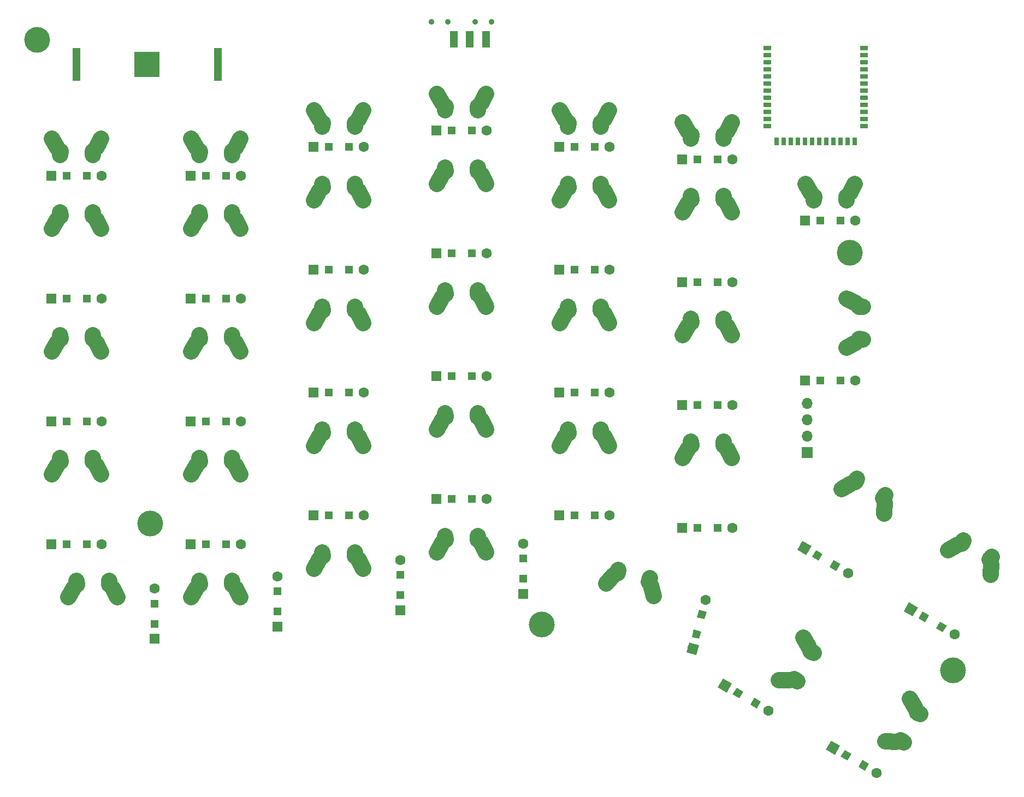
<source format=gts>
G04 #@! TF.GenerationSoftware,KiCad,Pcbnew,5.0.0-fee4fd1~66~ubuntu18.04.1*
G04 #@! TF.CreationDate,2018-08-26T10:56:49+02:00*
G04 #@! TF.ProjectId,redox_rev1,7265646F785F726576312E6B69636164,1.0*
G04 #@! TF.SameCoordinates,Original*
G04 #@! TF.FileFunction,Soldermask,Top*
G04 #@! TF.FilePolarity,Negative*
%FSLAX46Y46*%
G04 Gerber Fmt 4.6, Leading zero omitted, Abs format (unit mm)*
G04 Created by KiCad (PCBNEW 5.0.0-fee4fd1~66~ubuntu18.04.1) date Sun Aug 26 10:56:49 2018*
%MOMM*%
%LPD*%
G01*
G04 APERTURE LIST*
%ADD10R,1.198880X0.698500*%
%ADD11R,0.698500X1.198880*%
%ADD12C,4.000000*%
%ADD13O,1.700000X1.700000*%
%ADD14R,1.700000X1.700000*%
%ADD15R,1.200000X1.200000*%
%ADD16C,1.600000*%
%ADD17R,1.600000X1.600000*%
%ADD18C,1.200000*%
%ADD19C,0.100000*%
%ADD20C,2.500000*%
%ADD21C,2.500000*%
%ADD22R,1.270000X5.080000*%
%ADD23R,3.960000X3.960000*%
%ADD24C,0.900000*%
%ADD25R,1.250000X2.500000*%
G04 APERTURE END LIST*
D10*
G04 #@! TO.C,U_RIGHT1*
X198495920Y-67246500D03*
X213492080Y-60647580D03*
X213492080Y-59547760D03*
D11*
X199946260Y-69596000D03*
D10*
X198495920Y-65046860D03*
X198495920Y-63947040D03*
X198495920Y-62847220D03*
X198495920Y-61747400D03*
X198495920Y-60647580D03*
X198495920Y-59547760D03*
X198495920Y-58447940D03*
X198495920Y-57348120D03*
X198495920Y-56248300D03*
X213492080Y-55148480D03*
X213492080Y-56248300D03*
X213492080Y-57348120D03*
X213492080Y-58447940D03*
X213492080Y-61747400D03*
X213492080Y-62847220D03*
X213492080Y-63947040D03*
X213492080Y-65046860D03*
X213492080Y-66146680D03*
X213492080Y-67246500D03*
D11*
X212041740Y-69596000D03*
X210941920Y-69596000D03*
X209842100Y-69596000D03*
X208742280Y-69596000D03*
X207642460Y-69596000D03*
X206542640Y-69596000D03*
X205445360Y-69596000D03*
X204345540Y-69596000D03*
X203245720Y-69596000D03*
X202145900Y-69596000D03*
X201046080Y-69596000D03*
D10*
X198495920Y-55148480D03*
X198495920Y-66146680D03*
G04 #@! TD*
D12*
G04 #@! TO.C,HOLE_M3*
X163576000Y-144526000D03*
G04 #@! TD*
G04 #@! TO.C,HOLE_M3*
X227330000Y-151638000D03*
G04 #@! TD*
G04 #@! TO.C,HOLE_M3*
X85344000Y-53848000D03*
G04 #@! TD*
G04 #@! TO.C,HOLE_M3*
X211328000Y-86868000D03*
G04 #@! TD*
D13*
G04 #@! TO.C,J_PROG_PORT1*
X204724000Y-110236000D03*
X204724000Y-112776000D03*
X204724000Y-115316000D03*
D14*
X204724000Y-117856000D03*
G04 #@! TD*
D15*
G04 #@! TO.C,D0*
X89865000Y-74930000D03*
X93015000Y-74930000D03*
D16*
X95340000Y-74930000D03*
D17*
X87540000Y-74930000D03*
G04 #@! TD*
D15*
G04 #@! TO.C,D1*
X111455000Y-74930000D03*
X114605000Y-74930000D03*
D16*
X116930000Y-74930000D03*
D17*
X109130000Y-74930000D03*
G04 #@! TD*
D15*
G04 #@! TO.C,D2*
X130505000Y-70485000D03*
X133655000Y-70485000D03*
D16*
X135980000Y-70485000D03*
D17*
X128180000Y-70485000D03*
G04 #@! TD*
D15*
G04 #@! TO.C,D3*
X149555000Y-67945000D03*
X152705000Y-67945000D03*
D16*
X155030000Y-67945000D03*
D17*
X147230000Y-67945000D03*
G04 #@! TD*
D15*
G04 #@! TO.C,D4*
X168605000Y-70485000D03*
X171755000Y-70485000D03*
D16*
X174080000Y-70485000D03*
D17*
X166280000Y-70485000D03*
G04 #@! TD*
D15*
G04 #@! TO.C,D5*
X187655000Y-72390000D03*
X190805000Y-72390000D03*
D16*
X193130000Y-72390000D03*
D17*
X185330000Y-72390000D03*
G04 #@! TD*
D15*
G04 #@! TO.C,D6*
X206705000Y-81915000D03*
X209855000Y-81915000D03*
D16*
X212180000Y-81915000D03*
D17*
X204380000Y-81915000D03*
G04 #@! TD*
D15*
G04 #@! TO.C,D10*
X89865000Y-93980000D03*
X93015000Y-93980000D03*
D16*
X95340000Y-93980000D03*
D17*
X87540000Y-93980000D03*
G04 #@! TD*
D15*
G04 #@! TO.C,D11*
X111455000Y-93980000D03*
X114605000Y-93980000D03*
D16*
X116930000Y-93980000D03*
D17*
X109130000Y-93980000D03*
G04 #@! TD*
D15*
G04 #@! TO.C,D12*
X130505000Y-89535000D03*
X133655000Y-89535000D03*
D16*
X135980000Y-89535000D03*
D17*
X128180000Y-89535000D03*
G04 #@! TD*
D15*
G04 #@! TO.C,D13*
X149555000Y-86995000D03*
X152705000Y-86995000D03*
D16*
X155030000Y-86995000D03*
D17*
X147230000Y-86995000D03*
G04 #@! TD*
D15*
G04 #@! TO.C,D14*
X168605000Y-89535000D03*
X171755000Y-89535000D03*
D16*
X174080000Y-89535000D03*
D17*
X166280000Y-89535000D03*
G04 #@! TD*
D15*
G04 #@! TO.C,D15*
X187655000Y-91440000D03*
X190805000Y-91440000D03*
D16*
X193130000Y-91440000D03*
D17*
X185330000Y-91440000D03*
G04 #@! TD*
D15*
G04 #@! TO.C,D16*
X206705000Y-106680000D03*
X209855000Y-106680000D03*
D16*
X212180000Y-106680000D03*
D17*
X204380000Y-106680000D03*
G04 #@! TD*
D15*
G04 #@! TO.C,D20*
X89865000Y-113030000D03*
X93015000Y-113030000D03*
D16*
X95340000Y-113030000D03*
D17*
X87540000Y-113030000D03*
G04 #@! TD*
D15*
G04 #@! TO.C,D21*
X111455000Y-113030000D03*
X114605000Y-113030000D03*
D16*
X116930000Y-113030000D03*
D17*
X109130000Y-113030000D03*
G04 #@! TD*
D15*
G04 #@! TO.C,D22*
X130505000Y-108585000D03*
X133655000Y-108585000D03*
D16*
X135980000Y-108585000D03*
D17*
X128180000Y-108585000D03*
G04 #@! TD*
D15*
G04 #@! TO.C,D23*
X149555000Y-106045000D03*
X152705000Y-106045000D03*
D16*
X155030000Y-106045000D03*
D17*
X147230000Y-106045000D03*
G04 #@! TD*
D15*
G04 #@! TO.C,D24*
X168605000Y-108585000D03*
X171755000Y-108585000D03*
D16*
X174080000Y-108585000D03*
D17*
X166280000Y-108585000D03*
G04 #@! TD*
D15*
G04 #@! TO.C,D25*
X187655000Y-110490000D03*
X190805000Y-110490000D03*
D16*
X193130000Y-110490000D03*
D17*
X185330000Y-110490000D03*
G04 #@! TD*
D18*
G04 #@! TO.C,D26*
X206281010Y-133832500D03*
D19*
G36*
X207100625Y-133612885D02*
X206500625Y-134652115D01*
X205461395Y-134052115D01*
X206061395Y-133012885D01*
X207100625Y-133612885D01*
X207100625Y-133612885D01*
G37*
D18*
X209008990Y-135407500D03*
D19*
G36*
X209828605Y-135187885D02*
X209228605Y-136227115D01*
X208189375Y-135627115D01*
X208789375Y-134587885D01*
X209828605Y-135187885D01*
X209828605Y-135187885D01*
G37*
D16*
X211022499Y-136570000D03*
X204267501Y-132670000D03*
D19*
G36*
X205360321Y-132377180D02*
X204560321Y-133762820D01*
X203174681Y-132962820D01*
X203974681Y-131577180D01*
X205360321Y-132377180D01*
X205360321Y-132377180D01*
G37*
G04 #@! TD*
D15*
G04 #@! TO.C,D30*
X89865000Y-132080000D03*
X93015000Y-132080000D03*
D16*
X95340000Y-132080000D03*
D17*
X87540000Y-132080000D03*
G04 #@! TD*
D15*
G04 #@! TO.C,D31*
X111455000Y-132080000D03*
X114605000Y-132080000D03*
D16*
X116930000Y-132080000D03*
D17*
X109130000Y-132080000D03*
G04 #@! TD*
D15*
G04 #@! TO.C,D32*
X130505000Y-127635000D03*
X133655000Y-127635000D03*
D16*
X135980000Y-127635000D03*
D17*
X128180000Y-127635000D03*
G04 #@! TD*
D15*
G04 #@! TO.C,D33*
X149555000Y-125095000D03*
X152705000Y-125095000D03*
D16*
X155030000Y-125095000D03*
D17*
X147230000Y-125095000D03*
G04 #@! TD*
D15*
G04 #@! TO.C,D34*
X168605000Y-127635000D03*
X171755000Y-127635000D03*
D16*
X174080000Y-127635000D03*
D17*
X166280000Y-127635000D03*
G04 #@! TD*
D15*
G04 #@! TO.C,D35*
X187655000Y-129540000D03*
X190805000Y-129540000D03*
D16*
X193130000Y-129540000D03*
D17*
X185330000Y-129540000D03*
G04 #@! TD*
D18*
G04 #@! TO.C,D36*
X222791010Y-143357500D03*
D19*
G36*
X223610625Y-143137885D02*
X223010625Y-144177115D01*
X221971395Y-143577115D01*
X222571395Y-142537885D01*
X223610625Y-143137885D01*
X223610625Y-143137885D01*
G37*
D18*
X225518990Y-144932500D03*
D19*
G36*
X226338605Y-144712885D02*
X225738605Y-145752115D01*
X224699375Y-145152115D01*
X225299375Y-144112885D01*
X226338605Y-144712885D01*
X226338605Y-144712885D01*
G37*
D16*
X227532499Y-146095000D03*
X220777501Y-142195000D03*
D19*
G36*
X221870321Y-141902180D02*
X221070321Y-143287820D01*
X219684681Y-142487820D01*
X220484681Y-141102180D01*
X221870321Y-141902180D01*
X221870321Y-141902180D01*
G37*
G04 #@! TD*
D15*
G04 #@! TO.C,D40*
X103505000Y-144450000D03*
X103505000Y-141300000D03*
D16*
X103505000Y-138975000D03*
D17*
X103505000Y-146775000D03*
G04 #@! TD*
D15*
G04 #@! TO.C,D41*
X122555000Y-142545000D03*
X122555000Y-139395000D03*
D16*
X122555000Y-137070000D03*
D17*
X122555000Y-144870000D03*
G04 #@! TD*
D15*
G04 #@! TO.C,D42*
X141605000Y-140005000D03*
X141605000Y-136855000D03*
D16*
X141605000Y-134530000D03*
D17*
X141605000Y-142330000D03*
G04 #@! TD*
D15*
G04 #@! TO.C,D43*
X160655000Y-137465000D03*
X160655000Y-134315000D03*
D16*
X160655000Y-131990000D03*
D17*
X160655000Y-139790000D03*
G04 #@! TD*
D18*
G04 #@! TO.C,D44*
X187552360Y-146047333D03*
D19*
G36*
X187128096Y-145312486D02*
X188287207Y-145623069D01*
X187976624Y-146782180D01*
X186817513Y-146471597D01*
X187128096Y-145312486D01*
X187128096Y-145312486D01*
G37*
D18*
X188367640Y-143004667D03*
D19*
G36*
X187943376Y-142269820D02*
X189102487Y-142580403D01*
X188791904Y-143739514D01*
X187632793Y-143428931D01*
X187943376Y-142269820D01*
X187943376Y-142269820D01*
G37*
D16*
X188969394Y-140758889D03*
X186950606Y-148293111D03*
D19*
G36*
X186384921Y-147313315D02*
X187930402Y-147727426D01*
X187516291Y-149272907D01*
X185970810Y-148858796D01*
X186384921Y-147313315D01*
X186384921Y-147313315D01*
G37*
G04 #@! TD*
D18*
G04 #@! TO.C,D45*
X193962010Y-155168500D03*
D19*
G36*
X194781625Y-154948885D02*
X194181625Y-155988115D01*
X193142395Y-155388115D01*
X193742395Y-154348885D01*
X194781625Y-154948885D01*
X194781625Y-154948885D01*
G37*
D18*
X196689990Y-156743500D03*
D19*
G36*
X197509605Y-156523885D02*
X196909605Y-157563115D01*
X195870375Y-156963115D01*
X196470375Y-155923885D01*
X197509605Y-156523885D01*
X197509605Y-156523885D01*
G37*
D16*
X198703499Y-157906000D03*
X191948501Y-154006000D03*
D19*
G36*
X193041321Y-153713180D02*
X192241321Y-155098820D01*
X190855681Y-154298820D01*
X191655681Y-152913180D01*
X193041321Y-153713180D01*
X193041321Y-153713180D01*
G37*
G04 #@! TD*
D18*
G04 #@! TO.C,D46*
X210726010Y-164820500D03*
D19*
G36*
X211545625Y-164600885D02*
X210945625Y-165640115D01*
X209906395Y-165040115D01*
X210506395Y-164000885D01*
X211545625Y-164600885D01*
X211545625Y-164600885D01*
G37*
D18*
X213453990Y-166395500D03*
D19*
G36*
X214273605Y-166175885D02*
X213673605Y-167215115D01*
X212634375Y-166615115D01*
X213234375Y-165575885D01*
X214273605Y-166175885D01*
X214273605Y-166175885D01*
G37*
D16*
X215467499Y-167558000D03*
X208712501Y-163658000D03*
D19*
G36*
X209805321Y-163365180D02*
X209005321Y-164750820D01*
X207619681Y-163950820D01*
X208419681Y-162565180D01*
X209805321Y-163365180D01*
X209805321Y-163365180D01*
G37*
G04 #@! TD*
D12*
G04 #@! TO.C,HOLE_M3*
X102870000Y-128905000D03*
G04 #@! TD*
D20*
G04 #@! TO.C,K44*
X175335610Y-136325991D03*
D21*
X175391441Y-136041416D02*
X175279779Y-136610566D01*
D20*
X180665316Y-139327701D03*
D21*
X180462604Y-138517681D02*
X180868028Y-140137721D01*
D20*
X174087361Y-137565144D03*
D21*
X174667925Y-136965002D02*
X173506797Y-138165286D01*
D20*
X180203876Y-137630439D03*
D21*
X180297812Y-137356074D02*
X180109940Y-137904804D01*
G04 #@! TD*
D20*
G04 #@! TO.C,K30*
X88920000Y-119035000D03*
D21*
X88900276Y-118745672D02*
X88939724Y-119324328D01*
D20*
X94845000Y-120555000D03*
D21*
X94439547Y-119825046D02*
X95250453Y-121284954D01*
D20*
X88035000Y-120555000D03*
D21*
X88440453Y-119825046D02*
X87629547Y-121284954D01*
D20*
X93960000Y-119035000D03*
D21*
X93979724Y-118745672D02*
X93940276Y-119324328D01*
G04 #@! TD*
D20*
G04 #@! TO.C,K20*
X88920000Y-99985000D03*
D21*
X88900276Y-99695672D02*
X88939724Y-100274328D01*
D20*
X94845000Y-101505000D03*
D21*
X94439547Y-100775046D02*
X95250453Y-102234954D01*
D20*
X88035000Y-101505000D03*
D21*
X88440453Y-100775046D02*
X87629547Y-102234954D01*
D20*
X93960000Y-99985000D03*
D21*
X93979724Y-99695672D02*
X93940276Y-100274328D01*
G04 #@! TD*
D20*
G04 #@! TO.C,K10*
X88920000Y-80935000D03*
D21*
X88900276Y-80645672D02*
X88939724Y-81224328D01*
D20*
X94845000Y-82455000D03*
D21*
X94439547Y-81725046D02*
X95250453Y-83184954D01*
D20*
X88035000Y-82455000D03*
D21*
X88440453Y-81725046D02*
X87629547Y-83184954D01*
D20*
X93960000Y-80935000D03*
D21*
X93979724Y-80645672D02*
X93940276Y-81224328D01*
G04 #@! TD*
D20*
G04 #@! TO.C,K0*
X93960000Y-71465000D03*
D21*
X93979724Y-71754328D02*
X93940276Y-71175672D01*
D20*
X88035000Y-69945000D03*
D21*
X88440453Y-70674954D02*
X87629547Y-69215046D01*
D20*
X94845000Y-69945000D03*
D21*
X94439547Y-70674954D02*
X95250453Y-69215046D01*
D20*
X88920000Y-71465000D03*
D21*
X88900276Y-71754328D02*
X88939724Y-71175672D01*
G04 #@! TD*
D20*
G04 #@! TO.C,K36*
X228812616Y-131751738D03*
D21*
X228940198Y-131491310D02*
X228685034Y-132012166D01*
D20*
X233183816Y-136030597D03*
D21*
X233197660Y-135195712D02*
X233169972Y-136865482D01*
D20*
X227286184Y-132625597D03*
D21*
X228002294Y-132196165D02*
X226570074Y-133055029D01*
D20*
X233177384Y-134271738D03*
D21*
X233339130Y-134031034D02*
X233015638Y-134512442D01*
G04 #@! TD*
D20*
G04 #@! TO.C,K43*
X148610000Y-131100000D03*
D21*
X148590276Y-130810672D02*
X148629724Y-131389328D01*
D20*
X154535000Y-132620000D03*
D21*
X154129547Y-131890046D02*
X154940453Y-133349954D01*
D20*
X147725000Y-132620000D03*
D21*
X148130453Y-131890046D02*
X147319547Y-133349954D01*
D20*
X153650000Y-131100000D03*
D21*
X153669724Y-130810672D02*
X153630276Y-131389328D01*
G04 #@! TD*
D20*
G04 #@! TO.C,K42*
X129560000Y-133640000D03*
D21*
X129540276Y-133350672D02*
X129579724Y-133929328D01*
D20*
X135485000Y-135160000D03*
D21*
X135079547Y-134430046D02*
X135890453Y-135889954D01*
D20*
X128675000Y-135160000D03*
D21*
X129080453Y-134430046D02*
X128269547Y-135889954D01*
D20*
X134600000Y-133640000D03*
D21*
X134619724Y-133350672D02*
X134580276Y-133929328D01*
G04 #@! TD*
D20*
G04 #@! TO.C,K41*
X110510000Y-138085000D03*
D21*
X110490276Y-137795672D02*
X110529724Y-138374328D01*
D20*
X116435000Y-139605000D03*
D21*
X116029547Y-138875046D02*
X116840453Y-140334954D01*
D20*
X109625000Y-139605000D03*
D21*
X110030453Y-138875046D02*
X109219547Y-140334954D01*
D20*
X115550000Y-138085000D03*
D21*
X115569724Y-137795672D02*
X115530276Y-138374328D01*
G04 #@! TD*
D20*
G04 #@! TO.C,K40*
X91460000Y-138085000D03*
D21*
X91440276Y-137795672D02*
X91479724Y-138374328D01*
D20*
X97385000Y-139605000D03*
D21*
X96979547Y-138875046D02*
X97790453Y-140334954D01*
D20*
X90575000Y-139605000D03*
D21*
X90980453Y-138875046D02*
X90169547Y-140334954D01*
D20*
X96500000Y-138085000D03*
D21*
X96519724Y-137795672D02*
X96480276Y-138374328D01*
G04 #@! TD*
D20*
G04 #@! TO.C,K35*
X186710000Y-116495000D03*
D21*
X186690276Y-116205672D02*
X186729724Y-116784328D01*
D20*
X192635000Y-118015000D03*
D21*
X192229547Y-117285046D02*
X193040453Y-118744954D01*
D20*
X185825000Y-118015000D03*
D21*
X186230453Y-117285046D02*
X185419547Y-118744954D01*
D20*
X191750000Y-116495000D03*
D21*
X191769724Y-116205672D02*
X191730276Y-116784328D01*
G04 #@! TD*
D20*
G04 #@! TO.C,K34*
X167660000Y-114590000D03*
D21*
X167640276Y-114300672D02*
X167679724Y-114879328D01*
D20*
X173585000Y-116110000D03*
D21*
X173179547Y-115380046D02*
X173990453Y-116839954D01*
D20*
X166775000Y-116110000D03*
D21*
X167180453Y-115380046D02*
X166369547Y-116839954D01*
D20*
X172700000Y-114590000D03*
D21*
X172719724Y-114300672D02*
X172680276Y-114879328D01*
G04 #@! TD*
D20*
G04 #@! TO.C,K33*
X148610000Y-112050000D03*
D21*
X148590276Y-111760672D02*
X148629724Y-112339328D01*
D20*
X154535000Y-113570000D03*
D21*
X154129547Y-112840046D02*
X154940453Y-114299954D01*
D20*
X147725000Y-113570000D03*
D21*
X148130453Y-112840046D02*
X147319547Y-114299954D01*
D20*
X153650000Y-112050000D03*
D21*
X153669724Y-111760672D02*
X153630276Y-112339328D01*
G04 #@! TD*
D20*
G04 #@! TO.C,K32*
X129560000Y-114590000D03*
D21*
X129540276Y-114300672D02*
X129579724Y-114879328D01*
D20*
X135485000Y-116110000D03*
D21*
X135079547Y-115380046D02*
X135890453Y-116839954D01*
D20*
X128675000Y-116110000D03*
D21*
X129080453Y-115380046D02*
X128269547Y-116839954D01*
D20*
X134600000Y-114590000D03*
D21*
X134619724Y-114300672D02*
X134580276Y-114879328D01*
G04 #@! TD*
D20*
G04 #@! TO.C,K31*
X110510000Y-119035000D03*
D21*
X110490276Y-118745672D02*
X110529724Y-119324328D01*
D20*
X116435000Y-120555000D03*
D21*
X116029547Y-119825046D02*
X116840453Y-121284954D01*
D20*
X109625000Y-120555000D03*
D21*
X110030453Y-119825046D02*
X109219547Y-121284954D01*
D20*
X115550000Y-119035000D03*
D21*
X115569724Y-118745672D02*
X115530276Y-119324328D01*
G04 #@! TD*
D20*
G04 #@! TO.C,K26*
X212302616Y-122226738D03*
D21*
X212430198Y-121966310D02*
X212175034Y-122487166D01*
D20*
X216673816Y-126505597D03*
D21*
X216687660Y-125670712D02*
X216659972Y-127340482D01*
D20*
X210776184Y-123100597D03*
D21*
X211492294Y-122671165D02*
X210060074Y-123530029D01*
D20*
X216667384Y-124746738D03*
D21*
X216829130Y-124506034D02*
X216505638Y-124987442D01*
G04 #@! TD*
D20*
G04 #@! TO.C,K25*
X186710000Y-97445000D03*
D21*
X186690276Y-97155672D02*
X186729724Y-97734328D01*
D20*
X192635000Y-98965000D03*
D21*
X192229547Y-98235046D02*
X193040453Y-99694954D01*
D20*
X185825000Y-98965000D03*
D21*
X186230453Y-98235046D02*
X185419547Y-99694954D01*
D20*
X191750000Y-97445000D03*
D21*
X191769724Y-97155672D02*
X191730276Y-97734328D01*
G04 #@! TD*
D20*
G04 #@! TO.C,K24*
X167660000Y-95540000D03*
D21*
X167640276Y-95250672D02*
X167679724Y-95829328D01*
D20*
X173585000Y-97060000D03*
D21*
X173179547Y-96330046D02*
X173990453Y-97789954D01*
D20*
X166775000Y-97060000D03*
D21*
X167180453Y-96330046D02*
X166369547Y-97789954D01*
D20*
X172700000Y-95540000D03*
D21*
X172719724Y-95250672D02*
X172680276Y-95829328D01*
G04 #@! TD*
D20*
G04 #@! TO.C,K23*
X148610000Y-93000000D03*
D21*
X148590276Y-92710672D02*
X148629724Y-93289328D01*
D20*
X154535000Y-94520000D03*
D21*
X154129547Y-93790046D02*
X154940453Y-95249954D01*
D20*
X147725000Y-94520000D03*
D21*
X148130453Y-93790046D02*
X147319547Y-95249954D01*
D20*
X153650000Y-93000000D03*
D21*
X153669724Y-92710672D02*
X153630276Y-93289328D01*
G04 #@! TD*
D20*
G04 #@! TO.C,K22*
X129560000Y-95540000D03*
D21*
X129540276Y-95250672D02*
X129579724Y-95829328D01*
D20*
X135485000Y-97060000D03*
D21*
X135079547Y-96330046D02*
X135890453Y-97789954D01*
D20*
X128675000Y-97060000D03*
D21*
X129080453Y-96330046D02*
X128269547Y-97789954D01*
D20*
X134600000Y-95540000D03*
D21*
X134619724Y-95250672D02*
X134580276Y-95829328D01*
G04 #@! TD*
D20*
G04 #@! TO.C,K21*
X110510000Y-99985000D03*
D21*
X110490276Y-99695672D02*
X110529724Y-100274328D01*
D20*
X116435000Y-101505000D03*
D21*
X116029547Y-100775046D02*
X116840453Y-102234954D01*
D20*
X109625000Y-101505000D03*
D21*
X110030453Y-100775046D02*
X109219547Y-102234954D01*
D20*
X115550000Y-99985000D03*
D21*
X115569724Y-99695672D02*
X115530276Y-100274328D01*
G04 #@! TD*
D20*
G04 #@! TO.C,K15*
X186710000Y-78395000D03*
D21*
X186690276Y-78105672D02*
X186729724Y-78684328D01*
D20*
X192635000Y-79915000D03*
D21*
X192229547Y-79185046D02*
X193040453Y-80644954D01*
D20*
X185825000Y-79915000D03*
D21*
X186230453Y-79185046D02*
X185419547Y-80644954D01*
D20*
X191750000Y-78395000D03*
D21*
X191769724Y-78105672D02*
X191730276Y-78684328D01*
G04 #@! TD*
D20*
G04 #@! TO.C,K14*
X167660000Y-76490000D03*
D21*
X167640276Y-76200672D02*
X167679724Y-76779328D01*
D20*
X173585000Y-78010000D03*
D21*
X173179547Y-77280046D02*
X173990453Y-78739954D01*
D20*
X166775000Y-78010000D03*
D21*
X167180453Y-77280046D02*
X166369547Y-78739954D01*
D20*
X172700000Y-76490000D03*
D21*
X172719724Y-76200672D02*
X172680276Y-76779328D01*
G04 #@! TD*
D20*
G04 #@! TO.C,K13*
X148610000Y-73950000D03*
D21*
X148590276Y-73660672D02*
X148629724Y-74239328D01*
D20*
X154535000Y-75470000D03*
D21*
X154129547Y-74740046D02*
X154940453Y-76199954D01*
D20*
X147725000Y-75470000D03*
D21*
X148130453Y-74740046D02*
X147319547Y-76199954D01*
D20*
X153650000Y-73950000D03*
D21*
X153669724Y-73660672D02*
X153630276Y-74239328D01*
G04 #@! TD*
D20*
G04 #@! TO.C,K12*
X129560000Y-76490000D03*
D21*
X129540276Y-76200672D02*
X129579724Y-76779328D01*
D20*
X135485000Y-78010000D03*
D21*
X135079547Y-77280046D02*
X135890453Y-78739954D01*
D20*
X128675000Y-78010000D03*
D21*
X129080453Y-77280046D02*
X128269547Y-78739954D01*
D20*
X134600000Y-76490000D03*
D21*
X134619724Y-76200672D02*
X134580276Y-76779328D01*
G04 #@! TD*
D20*
G04 #@! TO.C,K11*
X110510000Y-80935000D03*
D21*
X110490276Y-80645672D02*
X110529724Y-81224328D01*
D20*
X116435000Y-82455000D03*
D21*
X116029547Y-81725046D02*
X116840453Y-83184954D01*
D20*
X109625000Y-82455000D03*
D21*
X110030453Y-81725046D02*
X109219547Y-83184954D01*
D20*
X115550000Y-80935000D03*
D21*
X115569724Y-80645672D02*
X115530276Y-81224328D01*
G04 #@! TD*
D20*
G04 #@! TO.C,K6*
X210800000Y-78450000D03*
D21*
X210819724Y-78739328D02*
X210780276Y-78160672D01*
D20*
X204875000Y-76930000D03*
D21*
X205280453Y-77659954D02*
X204469547Y-76200046D01*
D20*
X211685000Y-76930000D03*
D21*
X211279547Y-77659954D02*
X212090453Y-76200046D01*
D20*
X205760000Y-78450000D03*
D21*
X205740276Y-78739328D02*
X205779724Y-78160672D01*
G04 #@! TD*
D20*
G04 #@! TO.C,K5*
X191750000Y-68925000D03*
D21*
X191769724Y-69214328D02*
X191730276Y-68635672D01*
D20*
X185825000Y-67405000D03*
D21*
X186230453Y-68134954D02*
X185419547Y-66675046D01*
D20*
X192635000Y-67405000D03*
D21*
X192229547Y-68134954D02*
X193040453Y-66675046D01*
D20*
X186710000Y-68925000D03*
D21*
X186690276Y-69214328D02*
X186729724Y-68635672D01*
G04 #@! TD*
D20*
G04 #@! TO.C,K4*
X172700000Y-67020000D03*
D21*
X172719724Y-67309328D02*
X172680276Y-66730672D01*
D20*
X166775000Y-65500000D03*
D21*
X167180453Y-66229954D02*
X166369547Y-64770046D01*
D20*
X173585000Y-65500000D03*
D21*
X173179547Y-66229954D02*
X173990453Y-64770046D01*
D20*
X167660000Y-67020000D03*
D21*
X167640276Y-67309328D02*
X167679724Y-66730672D01*
G04 #@! TD*
D20*
G04 #@! TO.C,K3*
X153650000Y-64480000D03*
D21*
X153669724Y-64769328D02*
X153630276Y-64190672D01*
D20*
X147725000Y-62960000D03*
D21*
X148130453Y-63689954D02*
X147319547Y-62230046D01*
D20*
X154535000Y-62960000D03*
D21*
X154129547Y-63689954D02*
X154940453Y-62230046D01*
D20*
X148610000Y-64480000D03*
D21*
X148590276Y-64769328D02*
X148629724Y-64190672D01*
G04 #@! TD*
D20*
G04 #@! TO.C,K2*
X134600000Y-67020000D03*
D21*
X134619724Y-67309328D02*
X134580276Y-66730672D01*
D20*
X128675000Y-65500000D03*
D21*
X129080453Y-66229954D02*
X128269547Y-64770046D01*
D20*
X135485000Y-65500000D03*
D21*
X135079547Y-66229954D02*
X135890453Y-64770046D01*
D20*
X129560000Y-67020000D03*
D21*
X129540276Y-67309328D02*
X129579724Y-66730672D01*
G04 #@! TD*
D20*
G04 #@! TO.C,K1*
X115550000Y-71465000D03*
D21*
X115569724Y-71754328D02*
X115530276Y-71175672D01*
D20*
X109625000Y-69945000D03*
D21*
X110030453Y-70674954D02*
X109219547Y-69215046D01*
D20*
X116435000Y-69945000D03*
D21*
X116029547Y-70674954D02*
X116840453Y-69215046D01*
D20*
X110510000Y-71465000D03*
D21*
X110490276Y-71754328D02*
X110529724Y-71175672D01*
G04 #@! TD*
D20*
G04 #@! TO.C,K16*
X213070000Y-95270000D03*
D21*
X213359328Y-95250276D02*
X212780672Y-95289724D01*
D20*
X211550000Y-101195000D03*
D21*
X212279954Y-100789547D02*
X210820046Y-101600453D01*
D20*
X211550000Y-94385000D03*
D21*
X212279954Y-94790453D02*
X210820046Y-93979547D01*
D20*
X213070000Y-100310000D03*
D21*
X213359328Y-100329724D02*
X212780672Y-100290276D01*
G04 #@! TD*
D20*
G04 #@! TO.C,K46*
X221943262Y-158327616D03*
D21*
X222203690Y-158455198D02*
X221682834Y-158200034D01*
D20*
X217664403Y-162698816D03*
D21*
X218499288Y-162712660D02*
X216829518Y-162684972D01*
D20*
X221069403Y-156801184D03*
D21*
X221498835Y-157517294D02*
X220639971Y-156085074D01*
D20*
X219423262Y-162692384D03*
D21*
X219663966Y-162854130D02*
X219182558Y-162530638D01*
G04 #@! TD*
D20*
G04 #@! TO.C,K45*
X205433262Y-148802616D03*
D21*
X205693690Y-148930198D02*
X205172834Y-148675034D01*
D20*
X201154403Y-153173816D03*
D21*
X201989288Y-153187660D02*
X200319518Y-153159972D01*
D20*
X204559403Y-147276184D03*
D21*
X204988835Y-147992294D02*
X204129971Y-146560074D01*
D20*
X202913262Y-153167384D03*
D21*
X203153966Y-153329130D02*
X202672558Y-153005638D01*
G04 #@! TD*
D22*
G04 #@! TO.C,BT_RIGHT1*
X113347000Y-57658000D03*
X91377000Y-57658000D03*
D23*
X102362000Y-57658000D03*
G04 #@! TD*
D24*
G04 #@! TO.C,SW_LEFT1*
X146460000Y-51054000D03*
X153260000Y-51054000D03*
G04 #@! TD*
G04 #@! TO.C,SW_RIGHT1*
X149000000Y-51054000D03*
X155800000Y-51054000D03*
D25*
X149900000Y-53804000D03*
X152400000Y-53804000D03*
X154900000Y-53804000D03*
G04 #@! TD*
M02*

</source>
